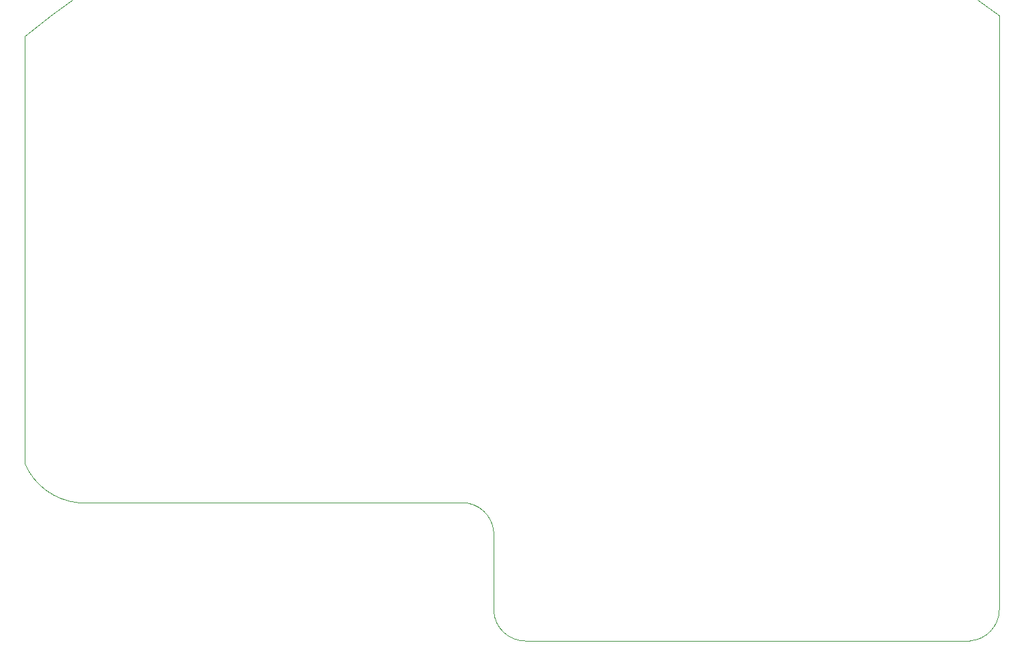
<source format=gbr>
%TF.GenerationSoftware,KiCad,Pcbnew,8.0.2*%
%TF.CreationDate,2025-01-19T21:46:12+07:00*%
%TF.ProjectId,sudi-keyboard,73756469-2d6b-4657-9962-6f6172642e6b,1*%
%TF.SameCoordinates,Original*%
%TF.FileFunction,Profile,NP*%
%FSLAX46Y46*%
G04 Gerber Fmt 4.6, Leading zero omitted, Abs format (unit mm)*
G04 Created by KiCad (PCBNEW 8.0.2) date 2025-01-19 21:46:12*
%MOMM*%
%LPD*%
G01*
G04 APERTURE LIST*
%TA.AperFunction,Profile*%
%ADD10C,0.100000*%
%TD*%
G04 APERTURE END LIST*
D10*
X171789999Y-145017804D02*
X228032196Y-145009999D01*
X115289999Y-127517803D02*
G75*
G02*
X108444009Y-122584866I750001J8257803D01*
G01*
X108423012Y-68476957D02*
G75*
G02*
X231790001Y-65809999I63366988J-76540843D01*
G01*
X171789999Y-145017804D02*
G75*
G02*
X167790001Y-141260000I1J4007804D01*
G01*
X231790000Y-141010000D02*
G75*
G02*
X228032196Y-145009995I-4007800J0D01*
G01*
X231790000Y-141010000D02*
X231790000Y-65810000D01*
X108423012Y-68476957D02*
X108436178Y-68542433D01*
X163790000Y-127502196D02*
G75*
G02*
X167789999Y-131260000I0J-4007804D01*
G01*
X108436178Y-68542433D02*
X108444009Y-122584866D01*
X167789999Y-131260000D02*
X167790000Y-141260000D01*
X115289999Y-127517804D02*
X163790000Y-127502196D01*
M02*

</source>
